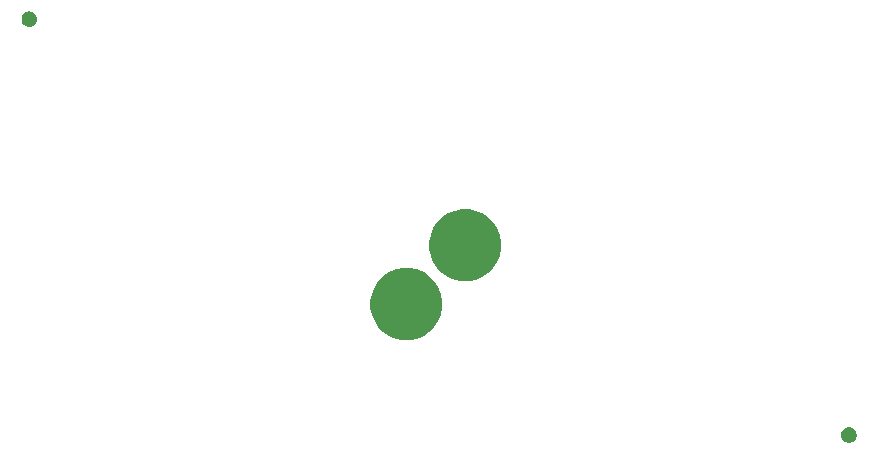
<source format=gbs>
G04 #@! TF.GenerationSoftware,KiCad,Pcbnew,5.0.2+dfsg1-1*
G04 #@! TF.CreationDate,2021-09-10T13:16:56+02:00*
G04 #@! TF.ProjectId,edgedriver,65646765-6472-4697-9665-722e6b696361,rev?*
G04 #@! TF.SameCoordinates,Original*
G04 #@! TF.FileFunction,Soldermask,Bot*
G04 #@! TF.FilePolarity,Negative*
%FSLAX46Y46*%
G04 Gerber Fmt 4.6, Leading zero omitted, Abs format (unit mm)*
G04 Created by KiCad (PCBNEW 5.0.2+dfsg1-1) date Fri 10 Sep 2021 01:16:56 PM CEST*
%MOMM*%
%LPD*%
G01*
G04 APERTURE LIST*
%ADD10C,0.100000*%
G04 APERTURE END LIST*
D10*
G36*
X35147738Y-12966653D02*
X35189598Y-12974979D01*
X35224245Y-12989330D01*
X35307890Y-13023977D01*
X35414354Y-13095114D01*
X35504886Y-13185646D01*
X35576023Y-13292110D01*
X35625021Y-13410403D01*
X35650000Y-13535979D01*
X35650000Y-13664021D01*
X35625021Y-13789597D01*
X35576023Y-13907890D01*
X35504886Y-14014354D01*
X35414354Y-14104886D01*
X35307890Y-14176023D01*
X35224245Y-14210670D01*
X35189598Y-14225021D01*
X35147738Y-14233347D01*
X35064021Y-14250000D01*
X34935979Y-14250000D01*
X34852262Y-14233347D01*
X34810402Y-14225021D01*
X34775755Y-14210670D01*
X34692110Y-14176023D01*
X34585646Y-14104886D01*
X34495114Y-14014354D01*
X34423977Y-13907890D01*
X34374979Y-13789597D01*
X34350000Y-13664021D01*
X34350000Y-13535979D01*
X34374979Y-13410403D01*
X34423977Y-13292110D01*
X34495114Y-13185646D01*
X34585646Y-13095114D01*
X34692110Y-13023977D01*
X34775755Y-12989330D01*
X34810402Y-12974979D01*
X34852262Y-12966653D01*
X34935979Y-12950000D01*
X35064021Y-12950000D01*
X35147738Y-12966653D01*
X35147738Y-12966653D01*
G37*
G36*
X-1567255Y405845D02*
X-1567253Y405844D01*
X-1567252Y405844D01*
X-1012006Y175854D01*
X-1012005Y175853D01*
X-512294Y-158043D01*
X-87332Y-583005D01*
X-87330Y-583008D01*
X246565Y-1082717D01*
X476555Y-1637963D01*
X593804Y-2227410D01*
X593804Y-2828404D01*
X476555Y-3417851D01*
X246565Y-3973097D01*
X246564Y-3973098D01*
X-87332Y-4472809D01*
X-512294Y-4897771D01*
X-512297Y-4897773D01*
X-1012006Y-5231668D01*
X-1567252Y-5461658D01*
X-1567253Y-5461658D01*
X-1567255Y-5461659D01*
X-2156697Y-5578907D01*
X-2757695Y-5578907D01*
X-3347137Y-5461659D01*
X-3347139Y-5461658D01*
X-3347140Y-5461658D01*
X-3902386Y-5231668D01*
X-4402095Y-4897773D01*
X-4402098Y-4897771D01*
X-4827060Y-4472809D01*
X-5160956Y-3973098D01*
X-5160957Y-3973097D01*
X-5390947Y-3417851D01*
X-5508196Y-2828404D01*
X-5508196Y-2227410D01*
X-5390947Y-1637963D01*
X-5160957Y-1082717D01*
X-4827062Y-583008D01*
X-4827060Y-583005D01*
X-4402098Y-158043D01*
X-3902387Y175853D01*
X-3902386Y175854D01*
X-3347140Y405844D01*
X-3347139Y405844D01*
X-3347137Y405845D01*
X-2757695Y523093D01*
X-2156697Y523093D01*
X-1567255Y405845D01*
X-1567255Y405845D01*
G37*
G36*
X3417848Y5390948D02*
X3417850Y5390947D01*
X3417851Y5390947D01*
X3973097Y5160957D01*
X3973098Y5160956D01*
X4472809Y4827060D01*
X4897771Y4402098D01*
X4897773Y4402095D01*
X5231668Y3902386D01*
X5461658Y3347140D01*
X5578907Y2757693D01*
X5578907Y2156699D01*
X5461658Y1567252D01*
X5231668Y1012006D01*
X5231667Y1012005D01*
X4897771Y512294D01*
X4472809Y87332D01*
X4472806Y87330D01*
X3973097Y-246565D01*
X3417851Y-476555D01*
X3417850Y-476555D01*
X3417848Y-476556D01*
X2828406Y-593804D01*
X2227408Y-593804D01*
X1637966Y-476556D01*
X1637964Y-476555D01*
X1637963Y-476555D01*
X1082717Y-246565D01*
X583008Y87330D01*
X583005Y87332D01*
X158043Y512294D01*
X-175853Y1012005D01*
X-175854Y1012006D01*
X-405844Y1567252D01*
X-523093Y2156699D01*
X-523093Y2757693D01*
X-405844Y3347140D01*
X-175854Y3902386D01*
X158041Y4402095D01*
X158043Y4402098D01*
X583005Y4827060D01*
X1082716Y5160956D01*
X1082717Y5160957D01*
X1637963Y5390947D01*
X1637964Y5390947D01*
X1637966Y5390948D01*
X2227408Y5508196D01*
X2828406Y5508196D01*
X3417848Y5390948D01*
X3417848Y5390948D01*
G37*
G36*
X-34252262Y22233347D02*
X-34210402Y22225021D01*
X-34175755Y22210670D01*
X-34092110Y22176023D01*
X-33985646Y22104886D01*
X-33895114Y22014354D01*
X-33823977Y21907890D01*
X-33774979Y21789597D01*
X-33750000Y21664021D01*
X-33750000Y21535979D01*
X-33774979Y21410403D01*
X-33823977Y21292110D01*
X-33895114Y21185646D01*
X-33985646Y21095114D01*
X-34092110Y21023977D01*
X-34175755Y20989330D01*
X-34210402Y20974979D01*
X-34252262Y20966653D01*
X-34335979Y20950000D01*
X-34464021Y20950000D01*
X-34547738Y20966653D01*
X-34589598Y20974979D01*
X-34624245Y20989330D01*
X-34707890Y21023977D01*
X-34814354Y21095114D01*
X-34904886Y21185646D01*
X-34976023Y21292110D01*
X-35025021Y21410403D01*
X-35050000Y21535979D01*
X-35050000Y21664021D01*
X-35025021Y21789597D01*
X-34976023Y21907890D01*
X-34904886Y22014354D01*
X-34814354Y22104886D01*
X-34707890Y22176023D01*
X-34624245Y22210670D01*
X-34589598Y22225021D01*
X-34547738Y22233347D01*
X-34464021Y22250000D01*
X-34335979Y22250000D01*
X-34252262Y22233347D01*
X-34252262Y22233347D01*
G37*
M02*

</source>
